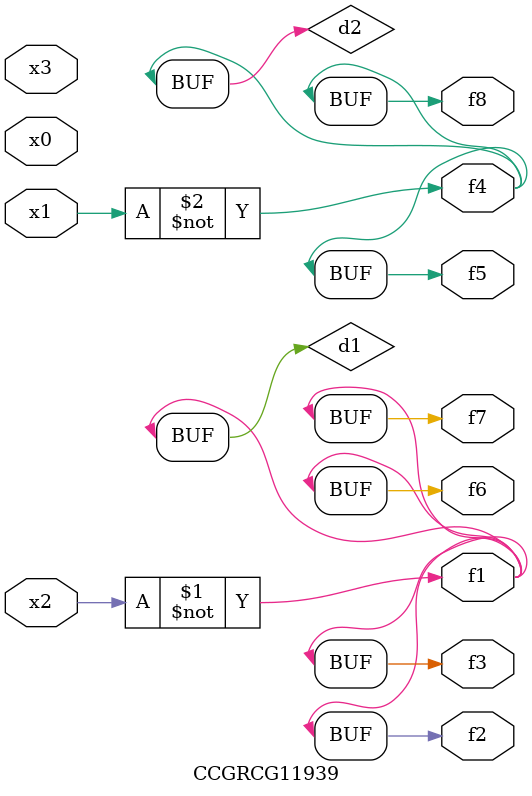
<source format=v>
module CCGRCG11939(
	input x0, x1, x2, x3,
	output f1, f2, f3, f4, f5, f6, f7, f8
);

	wire d1, d2;

	xnor (d1, x2);
	not (d2, x1);
	assign f1 = d1;
	assign f2 = d1;
	assign f3 = d1;
	assign f4 = d2;
	assign f5 = d2;
	assign f6 = d1;
	assign f7 = d1;
	assign f8 = d2;
endmodule

</source>
